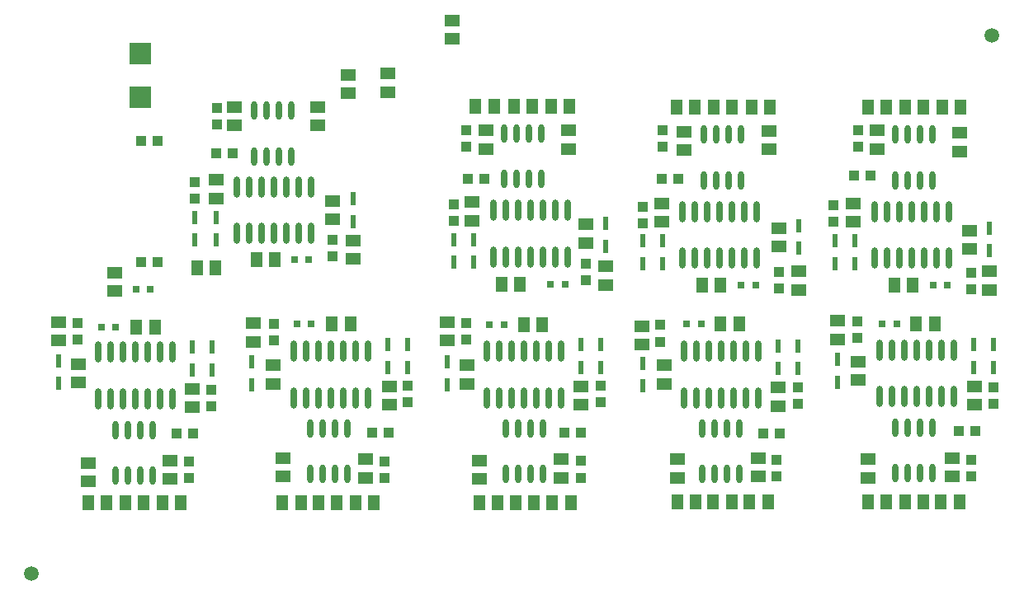
<source format=gtp>
%FSDAX24Y24*%
%MOIN*%
%SFA1B1*%

%IPPOS*%
%ADD11C,0.059100*%
%ADD12R,0.043300X0.039400*%
%ADD13R,0.031500X0.031500*%
%ADD14R,0.059100X0.051200*%
%ADD15R,0.090600X0.090600*%
%ADD16O,0.023600X0.086600*%
%ADD17R,0.039400X0.043300*%
%ADD18R,0.051200X0.059100*%
%ADD19R,0.021700X0.057100*%
%ADD20O,0.023600X0.074800*%
%LNde-220124-1*%
%LPD*%
G54D11*
X013300Y065900D03*
X052100Y087650D03*
G54D12*
X017715Y083400D03*
X018385D03*
X017715Y078500D03*
X018385D03*
X027735Y071600D03*
X027065D03*
X035485D03*
X034815D03*
X043535Y071550D03*
X042865D03*
X051435Y071650D03*
X050765D03*
X046515Y082000D03*
X047185D03*
X038765Y081850D03*
X039435D03*
X030915D03*
X031585D03*
X020765Y082900D03*
X021435D03*
X019165Y071550D03*
X019835D03*
G54D13*
X017505Y077400D03*
X018095D03*
X023909Y078600D03*
X024500D03*
X024595Y076000D03*
X024005D03*
X032391Y075950D03*
X031800D03*
X040345Y076000D03*
X039755D03*
X048241D03*
X047650D03*
X049705Y077550D03*
X050295D03*
X041955D03*
X042545D03*
X034255Y077600D03*
X034845D03*
X016695Y075850D03*
X016105D03*
G54D14*
X016650Y077326D03*
Y078074D03*
X020750Y081824D03*
Y081076D03*
X026300Y078626D03*
Y079374D03*
X025450Y080974D03*
Y080226D03*
X026100Y086074D03*
Y085326D03*
X030300Y088274D03*
Y087526D03*
X027700Y086124D03*
Y085376D03*
X024850Y084026D03*
Y084774D03*
X021500Y084026D03*
Y084774D03*
X022250Y076024D03*
Y075276D03*
X023450Y070574D03*
Y069826D03*
X026800Y070524D03*
Y069776D03*
X030900Y073576D03*
Y074324D03*
X030100Y076074D03*
Y075326D03*
X035500Y072726D03*
Y073474D03*
X031400Y070474D03*
Y069726D03*
X034700Y070524D03*
Y069776D03*
X037950Y075900D03*
Y075152D03*
X043450Y072676D03*
Y073424D03*
X039400Y070524D03*
Y069776D03*
X045850Y076124D03*
Y075376D03*
X047100Y070524D03*
Y069776D03*
X050500Y070574D03*
Y069826D03*
X052000Y077376D03*
Y078124D03*
X050800Y082976D03*
Y083724D03*
X043100Y083052D03*
Y083800D03*
X047450Y083076D03*
Y083824D03*
X038750Y080874D03*
Y080126D03*
X039650Y083026D03*
Y083774D03*
X044300Y077376D03*
Y078124D03*
X035000Y083076D03*
Y083824D03*
X031650Y083076D03*
Y083824D03*
X036500Y077576D03*
Y078324D03*
X035700Y080024D03*
Y079276D03*
X031100Y080924D03*
Y080176D03*
X046500Y080874D03*
Y080126D03*
X051200Y079774D03*
Y079026D03*
X043500Y079874D03*
Y079126D03*
X018900Y070474D03*
Y069726D03*
X015600Y070374D03*
Y069626D03*
X015200Y073626D03*
Y074374D03*
X014400Y075326D03*
Y076074D03*
X019800Y073374D03*
Y072626D03*
X023050Y073576D03*
Y074324D03*
X027750Y072726D03*
Y073474D03*
X038850Y073576D03*
Y074324D03*
X042650Y070574D03*
Y069826D03*
X051400Y072726D03*
Y073474D03*
X046700Y073726D03*
Y074474D03*
G54D15*
X017700Y086936D03*
Y085164D03*
G54D16*
X021600Y079655D03*
X022100D03*
X022600D03*
X023100D03*
X023600D03*
X024100D03*
X024600D03*
X021600Y081545D03*
X022100D03*
X022600D03*
X023100D03*
X023600D03*
X024100D03*
X024600D03*
X026900Y074895D03*
X026400D03*
X025900D03*
X025400D03*
X024900D03*
X024400D03*
X023900D03*
X026900Y073005D03*
X026400D03*
X025900D03*
X025400D03*
X024900D03*
X024400D03*
X023900D03*
X042650Y074895D03*
X042150D03*
X041650D03*
X041150D03*
X040650D03*
X040150D03*
X039650D03*
X042650Y073005D03*
X042150D03*
X041650D03*
X041150D03*
X040650D03*
X040150D03*
X039650D03*
X034700Y074895D03*
X034200D03*
X033700D03*
X033200D03*
X032700D03*
X032200D03*
X031700D03*
X034700Y073005D03*
X034200D03*
X033700D03*
X033200D03*
X032700D03*
X032200D03*
X031700D03*
X047350Y078650D03*
X047850D03*
X048350D03*
X048850D03*
X049350D03*
X049850D03*
X050350D03*
X047350Y080540D03*
X047850D03*
X048350D03*
X048850D03*
X049350D03*
X049850D03*
X050350D03*
X050550Y074945D03*
X050050D03*
X049550D03*
X049050D03*
X048550D03*
X048050D03*
X047550D03*
X050550Y073055D03*
X050050D03*
X049550D03*
X049050D03*
X048550D03*
X048050D03*
X047550D03*
X039600Y078655D03*
X040100D03*
X040600D03*
X041100D03*
X041600D03*
X042100D03*
X042600D03*
X039600Y080545D03*
X040100D03*
X040600D03*
X041100D03*
X041600D03*
X042100D03*
X042600D03*
X031950Y078705D03*
X032450D03*
X032950D03*
X033450D03*
X033950D03*
X034450D03*
X034950D03*
X031950Y080595D03*
X032450D03*
X032950D03*
X033450D03*
X033950D03*
X034450D03*
X034950D03*
X019000Y074850D03*
X018500D03*
X018000D03*
X017500D03*
X017000D03*
X016500D03*
X016000D03*
X019000Y072960D03*
X018500D03*
X018000D03*
X017500D03*
X017000D03*
X016500D03*
X016000D03*
G54D17*
X019900Y081065D03*
Y081735D03*
X020800Y084065D03*
Y084735D03*
X025450Y078715D03*
Y079385D03*
X023100Y075985D03*
Y075315D03*
X027550Y069765D03*
Y070435D03*
X030850Y076035D03*
Y075365D03*
X036300Y073485D03*
Y072815D03*
X035500Y069781D03*
Y070450D03*
X038700Y075950D03*
Y075281D03*
X044250Y073419D03*
Y072750D03*
X043400Y069815D03*
Y070485D03*
X052150Y073435D03*
Y072765D03*
X046650Y076085D03*
Y075415D03*
X051250Y069815D03*
Y070485D03*
Y077400D03*
Y078069D03*
X046700Y083835D03*
Y083165D03*
X043500Y077415D03*
Y078085D03*
X035700Y077765D03*
Y078435D03*
X030350Y080165D03*
Y080835D03*
X030850Y083835D03*
Y083165D03*
X038800Y083827D03*
Y083158D03*
X045700Y080115D03*
Y080785D03*
X038000Y080065D03*
Y080735D03*
X019650Y069765D03*
Y070435D03*
X015150Y076035D03*
Y075365D03*
X020550Y073335D03*
Y072665D03*
X028500Y073485D03*
Y072815D03*
G54D18*
X022376Y078600D03*
X023124D03*
X025426Y076000D03*
X026174D03*
X023426Y068750D03*
X024174D03*
X024876D03*
X025624D03*
X026376D03*
X027124D03*
X033176Y075950D03*
X033924D03*
X031376Y068750D03*
X032124D03*
X034326D03*
X035074D03*
X032852D03*
X033600D03*
X041126Y076000D03*
X041874D03*
X039376Y068800D03*
X040124D03*
X042300D03*
X043048D03*
X040826D03*
X041574D03*
X049026Y076000D03*
X049774D03*
X047076Y068800D03*
X047824D03*
X048576D03*
X049324D03*
X050026D03*
X050774D03*
X047824Y084750D03*
X047076D03*
X049324D03*
X048576D03*
X050824D03*
X050076D03*
X048150Y077550D03*
X048898D03*
X040376D03*
X041124D03*
X040100Y084750D03*
X039352D03*
X043124D03*
X042376D03*
X041600D03*
X040852D03*
X032276Y077600D03*
X033024D03*
X031974Y084800D03*
X031226D03*
X033524D03*
X032776D03*
X035024D03*
X034276D03*
X017824Y068750D03*
X017076D03*
X019324D03*
X018576D03*
X016324D03*
X015576D03*
X017526Y075850D03*
X018274D03*
X020724Y078250D03*
X019976D03*
G54D19*
X026300Y080137D03*
Y081063D03*
X019900Y080313D03*
Y079387D03*
X020750Y080313D03*
Y079387D03*
X022200Y074463D03*
Y073537D03*
X027700Y074237D03*
Y075163D03*
X028500Y074237D03*
Y075163D03*
X030100Y074463D03*
Y073537D03*
X035500Y074237D03*
Y075163D03*
X036300Y074237D03*
Y075163D03*
X044250Y074187D03*
Y075113D03*
X043450Y074187D03*
Y075113D03*
X038000Y074413D03*
Y073487D03*
X051356Y074244D03*
Y075169D03*
X052150Y074237D03*
Y075163D03*
X045750Y079363D03*
Y078437D03*
X046550Y079363D03*
Y078437D03*
X038800Y079363D03*
Y078437D03*
X038000Y079363D03*
Y078437D03*
X036500Y079137D03*
Y080063D03*
X031150Y079413D03*
Y078487D03*
X030350Y079413D03*
Y078487D03*
X052000Y078950D03*
Y079875D03*
X044300Y079050D03*
Y079975D03*
X019800Y074137D03*
Y075063D03*
X020600Y074137D03*
Y075063D03*
X014400Y074513D03*
Y073587D03*
X045850Y074550D03*
Y073625D03*
G54D20*
X023800Y084625D03*
X023300D03*
X022800D03*
X022300D03*
X023800Y082775D03*
X023300D03*
X022800D03*
X022300D03*
X024550Y069925D03*
X025050D03*
X025550D03*
X026050D03*
X024550Y071775D03*
X025050D03*
X025550D03*
X026050D03*
X032450Y069925D03*
X032950D03*
X033450D03*
X033950D03*
X032450Y071775D03*
X032950D03*
X033450D03*
X033950D03*
X040400Y069925D03*
X040900D03*
X041400D03*
X041900D03*
X040400Y071775D03*
X040900D03*
X041400D03*
X041900D03*
X048200Y069950D03*
X048700D03*
X049200D03*
X049700D03*
X048200Y071800D03*
X048700D03*
X049200D03*
X049700D03*
Y083650D03*
X049200D03*
X048700D03*
X048200D03*
X049700Y081800D03*
X049200D03*
X048700D03*
X048200D03*
X041950Y083650D03*
X041450D03*
X040950D03*
X040450D03*
X041950Y081800D03*
X041450D03*
X040950D03*
X040450D03*
X033900Y083700D03*
X033400D03*
X032900D03*
X032400D03*
X033900Y081850D03*
X033400D03*
X032900D03*
X032400D03*
X016700Y069850D03*
X017200D03*
X017700D03*
X018200D03*
X016700Y071700D03*
X017200D03*
X017700D03*
X018200D03*
M02*
</source>
